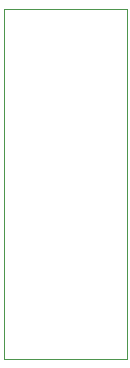
<source format=gbr>
%TF.GenerationSoftware,KiCad,Pcbnew,7.0.9*%
%TF.CreationDate,2024-03-09T17:42:33+01:00*%
%TF.ProjectId,signaux,7369676e-6175-4782-9e6b-696361645f70,rev?*%
%TF.SameCoordinates,Original*%
%TF.FileFunction,Profile,NP*%
%FSLAX46Y46*%
G04 Gerber Fmt 4.6, Leading zero omitted, Abs format (unit mm)*
G04 Created by KiCad (PCBNEW 7.0.9) date 2024-03-09 17:42:33*
%MOMM*%
%LPD*%
G01*
G04 APERTURE LIST*
%TA.AperFunction,Profile*%
%ADD10C,0.100000*%
%TD*%
G04 APERTURE END LIST*
D10*
X101727000Y-64135000D02*
X112141000Y-64135000D01*
X112141000Y-93726000D01*
X101727000Y-93726000D01*
X101727000Y-64135000D01*
M02*

</source>
